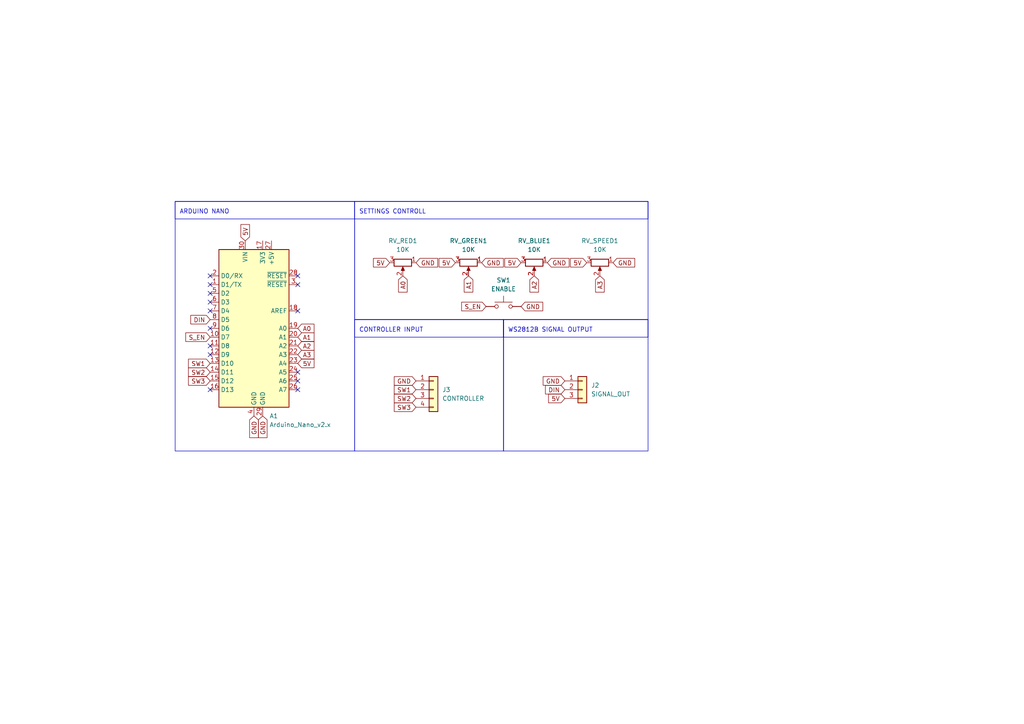
<source format=kicad_sch>
(kicad_sch (version 20230121) (generator eeschema)
  (paper "A4")
  (lib_symbols
    (symbol "Connector_Generic:Conn_01x03" (pin_names (offset 1.016) hide)
      (property "Reference" "J" (at 0 5.08 0))
      (property "Value" "Conn_01x03" (at 0 -5.08 0))
      (symbol "Conn_01x03_1_1"
        (rectangle (start -1.27 -2.413) (end 0 -2.667) (stroke (width 0.1524)))
        (rectangle (start -1.27 0.127) (end 0 -0.127) (stroke (width 0.1524)))
        (rectangle (start -1.27 2.667) (end 0 2.413) (stroke (width 0.1524)))
        (rectangle (start -1.27 3.81) (end 1.27 -3.81) (stroke (width 0.254)) (fill (type background)))
        (pin passive line (at -5.08 2.54 0) (length 3.81) (name "Pin_1") (number "1"))
        (pin passive line (at -5.08 0 0) (length 3.81) (name "Pin_2") (number "2"))
        (pin passive line (at -5.08 -2.54 0) (length 3.81) (name "Pin_3") (number "3"))
      )
    )
    (symbol "Connector_Generic:Conn_01x04" (pin_names (offset 1.016) hide)
      (property "Reference" "J" (at 0 5.08 0))
      (property "Value" "Conn_01x04" (at 0 -7.62 0))
      (symbol "Conn_01x04_1_1"
        (rectangle (start -1.27 -4.953) (end 0 -5.207) (stroke (width 0.1524)))
        (rectangle (start -1.27 -2.413) (end 0 -2.667) (stroke (width 0.1524)))
        (rectangle (start -1.27 0.127) (end 0 -0.127) (stroke (width 0.1524)))
        (rectangle (start -1.27 2.667) (end 0 2.413) (stroke (width 0.1524)))
        (rectangle (start -1.27 3.81) (end 1.27 -6.35) (stroke (width 0.254)) (fill (type background)))
        (pin passive line (at -5.08 2.54 0) (length 3.81) (name "Pin_1") (number "1"))
        (pin passive line (at -5.08 0 0) (length 3.81) (name "Pin_2") (number "2"))
        (pin passive line (at -5.08 -2.54 0) (length 3.81) (name "Pin_3") (number "3"))
        (pin passive line (at -5.08 -5.08 0) (length 3.81) (name "Pin_4") (number "4"))
      )
    )
    (symbol "Device:R_Potentiometer" (pin_names (offset 1.016) hide)
      (property "Reference" "RV" (at -4.445 0 90))
      (property "Value" "R_Potentiometer" (at -2.54 0 90))
      (symbol "R_Potentiometer_0_1"
        (polyline (pts (xy 2.54 0) (xy 1.524 0)))
        (polyline (pts (xy 1.143 0) (xy 2.286 0.508) (xy 2.286 -0.508) (xy 1.143 0)) (fill (type outline)))
        (rectangle (start 1.016 2.54) (end -1.016 -2.54) (stroke (width 0.254)))
      )
      (symbol "R_Potentiometer_1_1"
        (pin passive line (at 0 3.81 270) (length 1.27) (name "1") (number "1"))
        (pin passive line (at 3.81 0 180) (length 1.27) (name "2") (number "2"))
        (pin passive line (at 0 -3.81 90) (length 1.27) (name "3") (number "3"))
      )
    )
    (symbol "MCU_Module:Arduino_Nano_v2.x"
      (property "Reference" "A" (at -10.16 23.495 0))
      (property "Value" "Arduino_Nano_v2.x" (at 5.08 -24.13 0))
      (symbol "Arduino_Nano_v2.x_0_1"
        (rectangle (start -10.16 22.86) (end 10.16 -22.86) (stroke (width 0.254)) (fill (type background)))
      )
      (symbol "Arduino_Nano_v2.x_1_1"
        (pin bidirectional line (at -12.7 12.7 0) (length 2.54) (name "D1/TX") (number "1"))
        (pin bidirectional line (at -12.7 -2.54 0) (length 2.54) (name "D7") (number "10"))
        (pin bidirectional line (at -12.7 -5.08 0) (length 2.54) (name "D8") (number "11"))
        (pin bidirectional line (at -12.7 -7.62 0) (length 2.54) (name "D9") (number "12"))
        (pin bidirectional line (at -12.7 -10.16 0) (length 2.54) (name "D10") (number "13"))
        (pin bidirectional line (at -12.7 -12.7 0) (length 2.54) (name "D11") (number "14"))
        (pin bidirectional line (at -12.7 -15.24 0) (length 2.54) (name "D12") (number "15"))
        (pin bidirectional line (at -12.7 -17.78 0) (length 2.54) (name "D13") (number "16"))
        (pin power_out line (at 2.54 25.4 270) (length 2.54) (name "3V3") (number "17"))
        (pin input line (at 12.7 5.08 180) (length 2.54) (name "AREF") (number "18"))
        (pin bidirectional line (at 12.7 0 180) (length 2.54) (name "A0") (number "19"))
        (pin bidirectional line (at -12.7 15.24 0) (length 2.54) (name "D0/RX") (number "2"))
        (pin bidirectional line (at 12.7 -2.54 180) (length 2.54) (name "A1") (number "20"))
        (pin bidirectional line (at 12.7 -5.08 180) (length 2.54) (name "A2") (number "21"))
        (pin bidirectional line (at 12.7 -7.62 180) (length 2.54) (name "A3") (number "22"))
        (pin bidirectional line (at 12.7 -10.16 180) (length 2.54) (name "A4") (number "23"))
        (pin bidirectional line (at 12.7 -12.7 180) (length 2.54) (name "A5") (number "24"))
        (pin bidirectional line (at 12.7 -15.24 180) (length 2.54) (name "A6") (number "25"))
        (pin bidirectional line (at 12.7 -17.78 180) (length 2.54) (name "A7") (number "26"))
        (pin power_out line (at 5.08 25.4 270) (length 2.54) (name "+5V") (number "27"))
        (pin input line (at 12.7 15.24 180) (length 2.54) (name "~{RESET}") (number "28"))
        (pin power_in line (at 2.54 -25.4 90) (length 2.54) (name "GND") (number "29"))
        (pin input line (at 12.7 12.7 180) (length 2.54) (name "~{RESET}") (number "3"))
        (pin power_in line (at -2.54 25.4 270) (length 2.54) (name "VIN") (number "30"))
        (pin power_in line (at 0 -25.4 90) (length 2.54) (name "GND") (number "4"))
        (pin bidirectional line (at -12.7 10.16 0) (length 2.54) (name "D2") (number "5"))
        (pin bidirectional line (at -12.7 7.62 0) (length 2.54) (name "D3") (number "6"))
        (pin bidirectional line (at -12.7 5.08 0) (length 2.54) (name "D4") (number "7"))
        (pin bidirectional line (at -12.7 2.54 0) (length 2.54) (name "D5") (number "8"))
        (pin bidirectional line (at -12.7 0 0) (length 2.54) (name "D6") (number "9"))
      )
    )
    (symbol "Switch:SW_Push" (pin_numbers hide) (pin_names (offset 1.016) hide)
      (property "Reference" "SW" (at 1.27 2.54 0))
      (property "Value" "SW_Push" (at 0 -1.524 0))
      (symbol "SW_Push_0_1"
        (circle (center -2.032 0) (radius 0.508))
        (polyline (pts (xy 0 1.27) (xy 0 3.048)))
        (polyline (pts (xy 2.54 1.27) (xy -2.54 1.27)))
        (circle (center 2.032 0) (radius 0.508))
        (pin passive line (at -5.08 0 0) (length 2.54) (name "1") (number "1"))
        (pin passive line (at 5.08 0 180) (length 2.54) (name "2") (number "2"))
      )
    )
  )
  (no_connect (at 60.96 82.55))
  (no_connect (at 60.96 87.63))
  (no_connect (at 86.36 80.01))
  (no_connect (at 86.36 107.95))
  (no_connect (at 60.96 102.87))
  (no_connect (at 60.96 113.03))
  (no_connect (at 86.36 110.49))
  (no_connect (at 60.96 95.25))
  (no_connect (at 86.36 82.55))
  (no_connect (at 86.36 90.17))
  (no_connect (at 60.96 90.17))
  (no_connect (at 60.96 100.33))
  (no_connect (at 60.96 85.09))
  (no_connect (at 60.96 80.01))
  (no_connect (at 86.36 113.03))
  (rectangle (start 102.87 92.71) (end 146.05 130.81))
  (rectangle (start 146.05 92.71) (end 187.96 97.79))
  (rectangle (start 50.8 58.42) (end 102.87 63.5))
  (rectangle (start 102.87 58.42) (end 187.96 92.71))
  (rectangle (start 102.87 58.42) (end 187.96 63.5))
  (rectangle (start 146.05 92.71) (end 187.96 130.81))
  (rectangle (start 50.8 58.42) (end 102.87 130.81))
  (rectangle (start 102.87 92.71) (end 146.05 97.79))
  (rectangle (start 102.87 92.71) (end 102.87 92.71))
  (text "WS2812B SIGNAL OUTPUT" (at 147.32 96.52 0) (effects (font (size 1.27 1.27)) (justify left bottom)))
  (text "ARDUINO NANO" (at 52.07 62.23 0) (effects (font (size 1.27 1.27)) (justify left bottom)))
  (text "CONTROLLER INPUT" (at 104.14 96.52 0) (effects (font (size 1.27 1.27)) (justify left bottom)))
  (text "SETTINGS CONTROLL" (at 104.14 62.23 0) (effects (font (size 1.27 1.27)) (justify left bottom)))
  (global_label "SW1" (shape input) (at 60.96 105.41 180) (property "Intersheetrefs" "${INTERSHEET_REFS}" (effects hide)))
  (global_label "A1" (shape input) (at 86.36 97.79 0) (property "Intersheetrefs" "${INTERSHEET_REFS}" (effects hide)))
  (global_label "A3" (shape input) (at 86.36 102.87 0) (property "Intersheetrefs" "${INTERSHEET_REFS}" (effects hide)))
  (global_label "GND" (shape input) (at 73.66 120.65 270) (property "Intersheetrefs" "${INTERSHEET_REFS}" (effects hide)))
  (global_label "DIN" (shape input) (at 60.96 92.71 180) (property "Intersheetrefs" "${INTERSHEET_REFS}" (effects hide)))
  (global_label "SW2" (shape input) (at 120.65 115.57 180) (property "Intersheetrefs" "${INTERSHEET_REFS}" (effects hide)))
  (global_label "DIN" (shape input) (at 163.83 113.03 180) (property "Intersheetrefs" "${INTERSHEET_REFS}" (effects hide)))
  (global_label "SW2" (shape input) (at 60.96 107.95 180) (property "Intersheetrefs" "${INTERSHEET_REFS}" (effects hide)))
  (global_label "A3" (shape input) (at 173.99 80.01 270) (property "Intersheetrefs" "${INTERSHEET_REFS}" (effects hide)))
  (global_label "GND" (shape input) (at 76.2 120.65 270) (property "Intersheetrefs" "${INTERSHEET_REFS}" (effects hide)))
  (global_label "GND" (shape input) (at 163.83 110.49 180) (property "Intersheetrefs" "${INTERSHEET_REFS}" (effects hide)))
  (global_label "GND" (shape input) (at 158.75 76.2 0) (property "Intersheetrefs" "${INTERSHEET_REFS}" (effects hide)))
  (global_label "S_EN" (shape input) (at 140.97 88.9 180) (property "Intersheetrefs" "${INTERSHEET_REFS}" (effects hide)))
  (global_label "A2" (shape input) (at 154.94 80.01 270) (property "Intersheetrefs" "${INTERSHEET_REFS}" (effects hide)))
  (global_label "5V" (shape input) (at 132.08 76.2 180) (property "Intersheetrefs" "${INTERSHEET_REFS}" (effects hide)))
  (global_label "A2" (shape input) (at 86.36 100.33 0) (property "Intersheetrefs" "${INTERSHEET_REFS}" (effects hide)))
  (global_label "5V" (shape input) (at 170.18 76.2 180) (property "Intersheetrefs" "${INTERSHEET_REFS}" (effects hide)))
  (global_label "GND" (shape input) (at 120.65 110.49 180) (property "Intersheetrefs" "${INTERSHEET_REFS}" (effects hide)))
  (global_label "SW1" (shape input) (at 120.65 113.03 180) (property "Intersheetrefs" "${INTERSHEET_REFS}" (effects hide)))
  (global_label "GND" (shape input) (at 177.8 76.2 0) (property "Intersheetrefs" "${INTERSHEET_REFS}" (effects hide)))
  (global_label "A0" (shape input) (at 86.36 95.25 0) (property "Intersheetrefs" "${INTERSHEET_REFS}" (effects hide)))
  (global_label "SW3" (shape input) (at 120.65 118.11 180) (property "Intersheetrefs" "${INTERSHEET_REFS}" (effects hide)))
  (global_label "GND" (shape input) (at 151.13 88.9 0) (property "Intersheetrefs" "${INTERSHEET_REFS}" (effects hide)))
  (global_label "A1" (shape input) (at 135.89 80.01 270) (property "Intersheetrefs" "${INTERSHEET_REFS}" (effects hide)))
  (global_label "GND" (shape input) (at 139.7 76.2 0) (property "Intersheetrefs" "${INTERSHEET_REFS}" (effects hide)))
  (global_label "SW3" (shape input) (at 60.96 110.49 180) (property "Intersheetrefs" "${INTERSHEET_REFS}" (effects hide)))
  (global_label "5V" (shape input) (at 163.83 115.57 180) (property "Intersheetrefs" "${INTERSHEET_REFS}" (effects hide)))
  (global_label "5V" (shape input) (at 151.13 76.2 180) (property "Intersheetrefs" "${INTERSHEET_REFS}" (effects hide)))
  (global_label "GND" (shape input) (at 120.65 76.2 0) (property "Intersheetrefs" "${INTERSHEET_REFS}" (effects hide)))
  (global_label "5V" (shape input) (at 86.36 105.41 0) (property "Intersheetrefs" "${INTERSHEET_REFS}" (effects hide)))
  (global_label "A0" (shape input) (at 116.84 80.01 270) (property "Intersheetrefs" "${INTERSHEET_REFS}" (effects hide)))
  (global_label "S_EN" (shape input) (at 60.96 97.79 180) (property "Intersheetrefs" "${INTERSHEET_REFS}" (effects hide)))
  (global_label "5V" (shape input) (at 71.12 69.85 90) (property "Intersheetrefs" "${INTERSHEET_REFS}" (effects hide)))
  (global_label "5V" (shape input) (at 113.03 76.2 180) (property "Intersheetrefs" "${INTERSHEET_REFS}" (effects hide)))
  (symbol (lib_id "MCU_Module:Arduino_Nano_v2.x") (at 73.66 95.25 0) (unit 1)
    (property "Reference" "A1" (at 78.1559 120.65 0) (effects (justify left)))
    (property "Value" "Arduino_Nano_v2.x" (at 78.1559 123.19 0) (effects (justify left)))
    (property "Footprint" "Module:Arduino_Nano" (effects hide))
    (property "Datasheet" "https://www.arduino.cc/en/uploads/Main/ArduinoNanoManual23.pdf" (effects hide))
  )
  (symbol (lib_id "Device:R_Potentiometer") (at 116.84 76.2 270) (unit 1)
    (property "Reference" "RV_RED1" (at 116.84 69.85 90))
    (property "Value" "10K" (at 116.84 72.39 90))
    (property "Footprint" "Potentiometer_THT:Potentiometer_ACP_CA9-H5_Horizontal" (effects hide))
  )
  (symbol (lib_id "Connector_Generic:Conn_01x04") (at 125.73 113.03 0) (unit 1)
    (property "Reference" "J3" (at 128.27 113.03 0) (effects (justify left)))
    (property "Value" "CONTROLLER" (at 128.27 115.57 0) (effects (justify left)))
    (property "Footprint" "Connector_JST:JST_XH_S4B-XH-A-1_1x04_P2.50mm_Horizontal" (effects hide))
  )
  (symbol (lib_id "Connector_Generic:Conn_01x03") (at 168.91 113.03 0) (unit 1)
    (property "Reference" "J2" (at 171.45 111.76 0) (effects (justify left)))
    (property "Value" "SIGNAL_OUT" (at 171.45 114.3 0) (effects (justify left)))
    (property "Footprint" "Connector_JST:JST_XH_S3B-XH-A-1_1x03_P2.50mm_Horizontal" (effects hide))
  )
  (symbol (lib_id "Device:R_Potentiometer") (at 135.89 76.2 270) (unit 1)
    (property "Reference" "RV_GREEN1" (at 135.89 69.85 90))
    (property "Value" "10K" (at 135.89 72.39 90))
    (property "Footprint" "Potentiometer_THT:Potentiometer_ACP_CA9-H5_Horizontal" (effects hide))
  )
  (symbol (lib_id "Device:R_Potentiometer") (at 154.94 76.2 270) (unit 1)
    (property "Reference" "RV_BLUE1" (at 154.94 69.85 90))
    (property "Value" "10K" (at 154.94 72.39 90))
    (property "Footprint" "Potentiometer_THT:Potentiometer_ACP_CA9-H5_Horizontal" (effects hide))
  )
  (symbol (lib_id "Switch:SW_Push") (at 146.05 88.9 0) (unit 1)
    (property "Reference" "SW1" (at 146.05 81.28 0))
    (property "Value" "ENABLE" (at 146.05 83.82 0))
    (property "Footprint" "Button_Switch_THT:SW_PUSH-12mm" (effects hide))
  )
  (symbol (lib_id "Device:R_Potentiometer") (at 173.99 76.2 270) (unit 1)
    (property "Reference" "RV_SPEED1" (at 173.99 69.85 90))
    (property "Value" "10K" (at 173.99 72.39 90))
    (property "Footprint" "Potentiometer_THT:Potentiometer_ACP_CA9-H5_Horizontal" (effects hide))
  )
)
</source>
